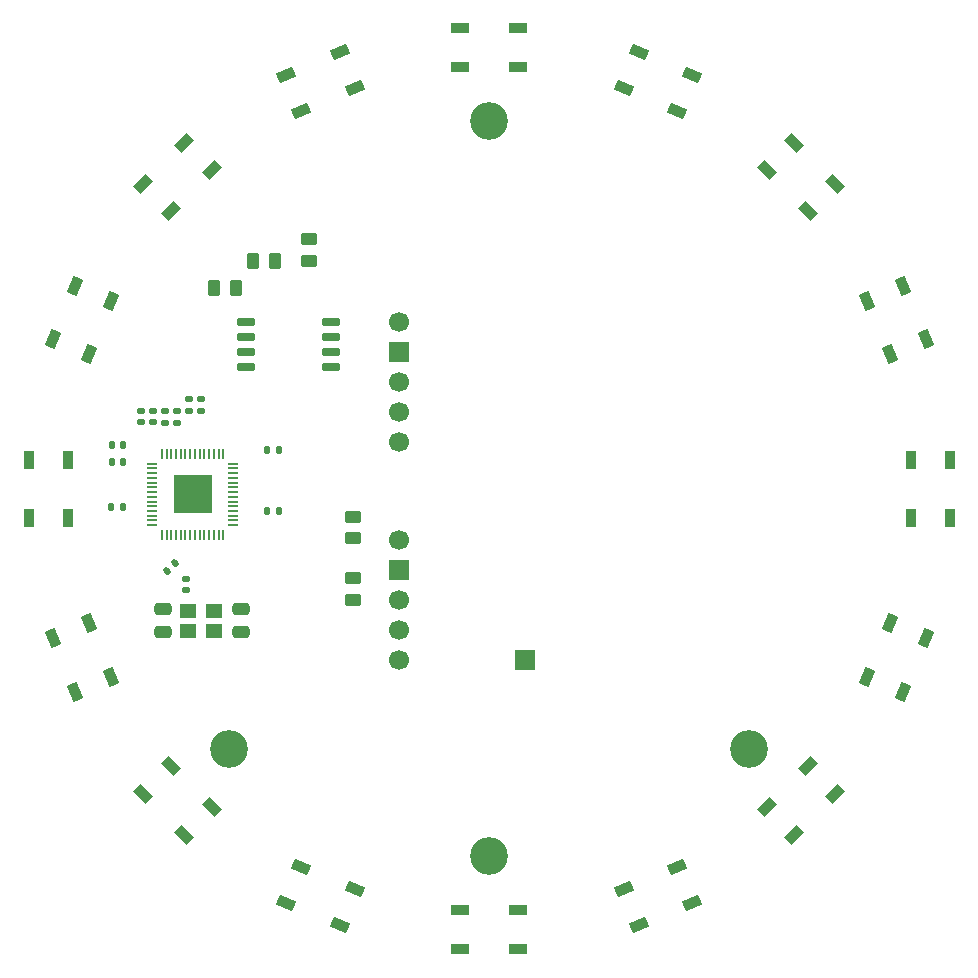
<source format=gbr>
%TF.GenerationSoftware,KiCad,Pcbnew,7.0.7*%
%TF.CreationDate,2023-08-31T16:12:04-04:00*%
%TF.ProjectId,protopico,70726f74-6f70-4696-936f-2e6b69636164,rev?*%
%TF.SameCoordinates,Original*%
%TF.FileFunction,Soldermask,Bot*%
%TF.FilePolarity,Negative*%
%FSLAX46Y46*%
G04 Gerber Fmt 4.6, Leading zero omitted, Abs format (unit mm)*
G04 Created by KiCad (PCBNEW 7.0.7) date 2023-08-31 16:12:04*
%MOMM*%
%LPD*%
G01*
G04 APERTURE LIST*
G04 Aperture macros list*
%AMRoundRect*
0 Rectangle with rounded corners*
0 $1 Rounding radius*
0 $2 $3 $4 $5 $6 $7 $8 $9 X,Y pos of 4 corners*
0 Add a 4 corners polygon primitive as box body*
4,1,4,$2,$3,$4,$5,$6,$7,$8,$9,$2,$3,0*
0 Add four circle primitives for the rounded corners*
1,1,$1+$1,$2,$3*
1,1,$1+$1,$4,$5*
1,1,$1+$1,$6,$7*
1,1,$1+$1,$8,$9*
0 Add four rect primitives between the rounded corners*
20,1,$1+$1,$2,$3,$4,$5,0*
20,1,$1+$1,$4,$5,$6,$7,0*
20,1,$1+$1,$6,$7,$8,$9,0*
20,1,$1+$1,$8,$9,$2,$3,0*%
%AMRotRect*
0 Rectangle, with rotation*
0 The origin of the aperture is its center*
0 $1 length*
0 $2 width*
0 $3 Rotation angle, in degrees counterclockwise*
0 Add horizontal line*
21,1,$1,$2,0,0,$3*%
G04 Aperture macros list end*
%ADD10R,1.400000X1.200000*%
%ADD11C,3.200000*%
%ADD12RotRect,1.500000X0.900000X337.500000*%
%ADD13RotRect,1.500000X0.900000X292.500000*%
%ADD14RotRect,1.500000X0.900000X45.000000*%
%ADD15RotRect,1.500000X0.900000X22.500000*%
%ADD16RotRect,1.500000X0.900000X225.000000*%
%ADD17RoundRect,0.250000X0.450000X-0.262500X0.450000X0.262500X-0.450000X0.262500X-0.450000X-0.262500X0*%
%ADD18C,1.695450*%
%ADD19R,1.695450X1.695450*%
%ADD20R,0.900000X1.500000*%
%ADD21RoundRect,0.250000X0.475000X-0.250000X0.475000X0.250000X-0.475000X0.250000X-0.475000X-0.250000X0*%
%ADD22R,1.500000X0.900000*%
%ADD23RoundRect,0.050000X0.387500X0.050000X-0.387500X0.050000X-0.387500X-0.050000X0.387500X-0.050000X0*%
%ADD24RoundRect,0.050000X0.050000X0.387500X-0.050000X0.387500X-0.050000X-0.387500X0.050000X-0.387500X0*%
%ADD25R,3.200000X3.200000*%
%ADD26RoundRect,0.140000X0.170000X-0.140000X0.170000X0.140000X-0.170000X0.140000X-0.170000X-0.140000X0*%
%ADD27RoundRect,0.140000X-0.170000X0.140000X-0.170000X-0.140000X0.170000X-0.140000X0.170000X0.140000X0*%
%ADD28RoundRect,0.135000X-0.185000X0.135000X-0.185000X-0.135000X0.185000X-0.135000X0.185000X0.135000X0*%
%ADD29RotRect,1.500000X0.900000X247.500000*%
%ADD30RoundRect,0.250000X-0.475000X0.250000X-0.475000X-0.250000X0.475000X-0.250000X0.475000X0.250000X0*%
%ADD31RoundRect,0.250000X0.262500X0.450000X-0.262500X0.450000X-0.262500X-0.450000X0.262500X-0.450000X0*%
%ADD32RotRect,1.500000X0.900000X202.500000*%
%ADD33RotRect,1.500000X0.900000X67.500000*%
%ADD34RotRect,1.500000X0.900000X112.500000*%
%ADD35RotRect,1.500000X0.900000X157.500000*%
%ADD36RoundRect,0.250000X-0.450000X0.262500X-0.450000X-0.262500X0.450000X-0.262500X0.450000X0.262500X0*%
%ADD37RoundRect,0.140000X-0.140000X-0.170000X0.140000X-0.170000X0.140000X0.170000X-0.140000X0.170000X0*%
%ADD38RotRect,1.500000X0.900000X315.000000*%
%ADD39RoundRect,0.140000X0.140000X0.170000X-0.140000X0.170000X-0.140000X-0.170000X0.140000X-0.170000X0*%
%ADD40RoundRect,0.150000X0.650000X0.150000X-0.650000X0.150000X-0.650000X-0.150000X0.650000X-0.150000X0*%
%ADD41RotRect,1.500000X0.900000X135.000000*%
%ADD42RoundRect,0.140000X-0.021213X0.219203X-0.219203X0.021213X0.021213X-0.219203X0.219203X-0.021213X0*%
G04 APERTURE END LIST*
D10*
%TO.C,Y1*%
X124376000Y-110148000D03*
X126576000Y-110148000D03*
X126576000Y-111848000D03*
X124376000Y-111848000D03*
%TD*%
D11*
%TO.C,H2*%
X127858373Y-121823627D03*
%TD*%
%TO.C,H3*%
X171861627Y-121823627D03*
%TD*%
%TO.C,H4*%
X149860000Y-130937000D03*
%TD*%
%TO.C,H1*%
X149860000Y-68707000D03*
%TD*%
D12*
%TO.C,D16*%
X161253701Y-65913013D03*
X162516557Y-62864210D03*
X167043567Y-64739359D03*
X165780711Y-67788162D03*
%TD*%
D13*
%TO.C,D14*%
X181893838Y-83901289D03*
X184942641Y-82638433D03*
X186817790Y-87165443D03*
X183768987Y-88428299D03*
%TD*%
D14*
%TO.C,D3*%
X122892362Y-76319185D03*
X120558909Y-73985732D03*
X124023732Y-70520909D03*
X126357185Y-72854362D03*
%TD*%
D15*
%TO.C,D2*%
X133939289Y-67788162D03*
X132676433Y-64739359D03*
X137203443Y-62864210D03*
X138466299Y-65913013D03*
%TD*%
D16*
%TO.C,D11*%
X176827638Y-123324815D03*
X179161091Y-125658268D03*
X175696268Y-129123091D03*
X173362815Y-126789638D03*
%TD*%
D17*
%TO.C,R7*%
X138303000Y-109220000D03*
X138303000Y-107395000D03*
%TD*%
D18*
%TO.C,VR2*%
X142240000Y-114300000D03*
X142240000Y-111760000D03*
X142240000Y-109220000D03*
D19*
X142240000Y-106680000D03*
D18*
X142240000Y-104140000D03*
D19*
X152908000Y-114300000D03*
%TD*%
D20*
%TO.C,D5*%
X114172000Y-102272000D03*
X110872000Y-102272000D03*
X110872000Y-97372000D03*
X114172000Y-97372000D03*
%TD*%
D21*
%TO.C,C14*%
X122212000Y-111910000D03*
X122212000Y-110010000D03*
%TD*%
D18*
%TO.C,VR1*%
X142240000Y-95885000D03*
X142240000Y-93345000D03*
X142240000Y-90805000D03*
D19*
X142240000Y-88265000D03*
D18*
X142240000Y-85725000D03*
%TD*%
D22*
%TO.C,D1*%
X147410000Y-64134000D03*
X147410000Y-60834000D03*
X152310000Y-60834000D03*
X152310000Y-64134000D03*
%TD*%
D23*
%TO.C,U3*%
X128189500Y-97692000D03*
X128189500Y-98092000D03*
X128189500Y-98492000D03*
X128189500Y-98892000D03*
X128189500Y-99292000D03*
X128189500Y-99692000D03*
X128189500Y-100092000D03*
X128189500Y-100492000D03*
X128189500Y-100892000D03*
X128189500Y-101292000D03*
X128189500Y-101692000D03*
X128189500Y-102092000D03*
X128189500Y-102492000D03*
X128189500Y-102892000D03*
D24*
X127352000Y-103729500D03*
X126952000Y-103729500D03*
X126552000Y-103729500D03*
X126152000Y-103729500D03*
X125752000Y-103729500D03*
X125352000Y-103729500D03*
X124952000Y-103729500D03*
X124552000Y-103729500D03*
X124152000Y-103729500D03*
X123752000Y-103729500D03*
X123352000Y-103729500D03*
X122952000Y-103729500D03*
X122552000Y-103729500D03*
X122152000Y-103729500D03*
D23*
X121314500Y-102892000D03*
X121314500Y-102492000D03*
X121314500Y-102092000D03*
X121314500Y-101692000D03*
X121314500Y-101292000D03*
X121314500Y-100892000D03*
X121314500Y-100492000D03*
X121314500Y-100092000D03*
X121314500Y-99692000D03*
X121314500Y-99292000D03*
X121314500Y-98892000D03*
X121314500Y-98492000D03*
X121314500Y-98092000D03*
X121314500Y-97692000D03*
D24*
X122152000Y-96854500D03*
X122552000Y-96854500D03*
X122952000Y-96854500D03*
X123352000Y-96854500D03*
X123752000Y-96854500D03*
X124152000Y-96854500D03*
X124552000Y-96854500D03*
X124952000Y-96854500D03*
X125352000Y-96854500D03*
X125752000Y-96854500D03*
X126152000Y-96854500D03*
X126552000Y-96854500D03*
X126952000Y-96854500D03*
X127352000Y-96854500D03*
D25*
X124752000Y-100292000D03*
%TD*%
D20*
%TO.C,D13*%
X185548000Y-97372000D03*
X188848000Y-97372000D03*
X188848000Y-102272000D03*
X185548000Y-102272000D03*
%TD*%
D26*
%TO.C,C3*%
X124460000Y-93190000D03*
X124460000Y-92230000D03*
%TD*%
%TO.C,C4*%
X121412000Y-94178000D03*
X121412000Y-93218000D03*
%TD*%
D27*
%TO.C,C11*%
X124206000Y-107442000D03*
X124206000Y-108402000D03*
%TD*%
D22*
%TO.C,D9*%
X152310000Y-135510000D03*
X152310000Y-138810000D03*
X147410000Y-138810000D03*
X147410000Y-135510000D03*
%TD*%
D28*
%TO.C,R5*%
X122428000Y-93216000D03*
X122428000Y-94236000D03*
%TD*%
D29*
%TO.C,D12*%
X183768987Y-111215701D03*
X186817790Y-112478557D03*
X184942641Y-117005567D03*
X181893838Y-115742711D03*
%TD*%
D30*
%TO.C,C13*%
X128816000Y-110010000D03*
X128816000Y-111910000D03*
%TD*%
D31*
%TO.C,R2*%
X131722500Y-80518000D03*
X129897500Y-80518000D03*
%TD*%
D26*
%TO.C,C5*%
X120396000Y-94178000D03*
X120396000Y-93218000D03*
%TD*%
D32*
%TO.C,D10*%
X165780711Y-131855838D03*
X167043567Y-134904641D03*
X162516557Y-136779790D03*
X161253701Y-133730987D03*
%TD*%
D33*
%TO.C,D4*%
X115951013Y-88428299D03*
X112902210Y-87165443D03*
X114777359Y-82638433D03*
X117826162Y-83901289D03*
%TD*%
D26*
%TO.C,C2*%
X125476000Y-93190000D03*
X125476000Y-92230000D03*
%TD*%
D31*
%TO.C,R3*%
X128420500Y-82804000D03*
X126595500Y-82804000D03*
%TD*%
D34*
%TO.C,D6*%
X117826162Y-115742711D03*
X114777359Y-117005567D03*
X112902210Y-112478557D03*
X115951013Y-111215701D03*
%TD*%
D35*
%TO.C,D8*%
X138466299Y-133730987D03*
X137203443Y-136779790D03*
X132676433Y-134904641D03*
X133939289Y-131855838D03*
%TD*%
D36*
%TO.C,R1*%
X134620000Y-78693000D03*
X134620000Y-80518000D03*
%TD*%
D37*
%TO.C,C9*%
X131092000Y-101727000D03*
X132052000Y-101727000D03*
%TD*%
D38*
%TO.C,D15*%
X173362815Y-72854362D03*
X175696268Y-70520909D03*
X179161091Y-73985732D03*
X176827638Y-76319185D03*
%TD*%
D39*
%TO.C,C7*%
X118872000Y-96139000D03*
X117912000Y-96139000D03*
%TD*%
D40*
%TO.C,U2*%
X136442000Y-85687000D03*
X136442000Y-86957000D03*
X136442000Y-88227000D03*
X136442000Y-89497000D03*
X129242000Y-89497000D03*
X129242000Y-88227000D03*
X129242000Y-86957000D03*
X129242000Y-85687000D03*
%TD*%
D37*
%TO.C,C6*%
X131092000Y-96520000D03*
X132052000Y-96520000D03*
%TD*%
D41*
%TO.C,D7*%
X126357185Y-126789638D03*
X124023732Y-129123091D03*
X120558909Y-125658268D03*
X122892362Y-123324815D03*
%TD*%
D17*
%TO.C,R6*%
X138303000Y-104013000D03*
X138303000Y-102188000D03*
%TD*%
D39*
%TO.C,C8*%
X118872000Y-97536000D03*
X117912000Y-97536000D03*
%TD*%
%TO.C,C10*%
X118844000Y-101346000D03*
X117884000Y-101346000D03*
%TD*%
D42*
%TO.C,C12*%
X123275411Y-106086589D03*
X122596589Y-106765411D03*
%TD*%
D28*
%TO.C,R4*%
X123444000Y-93216000D03*
X123444000Y-94236000D03*
%TD*%
M02*

</source>
